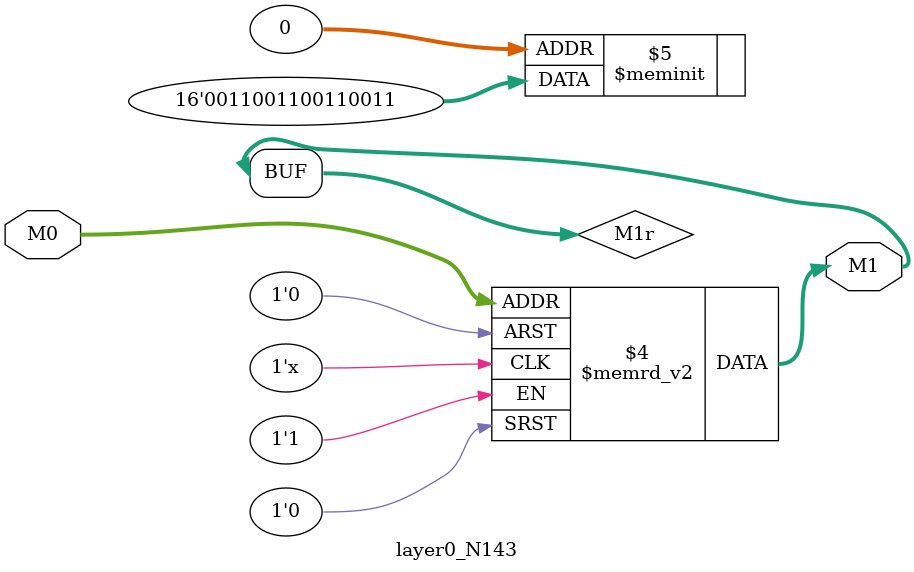
<source format=v>
module layer0_N143 ( input [2:0] M0, output [1:0] M1 );

	(*rom_style = "distributed" *) reg [1:0] M1r;
	assign M1 = M1r;
	always @ (M0) begin
		case (M0)
			3'b000: M1r = 2'b11;
			3'b100: M1r = 2'b11;
			3'b010: M1r = 2'b11;
			3'b110: M1r = 2'b11;
			3'b001: M1r = 2'b00;
			3'b101: M1r = 2'b00;
			3'b011: M1r = 2'b00;
			3'b111: M1r = 2'b00;

		endcase
	end
endmodule

</source>
